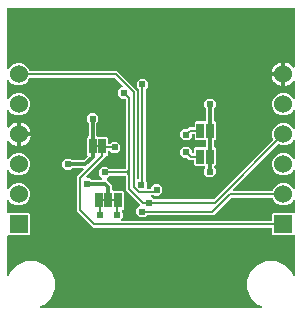
<source format=gbr>
G04 EAGLE Gerber RS-274X export*
G75*
%MOMM*%
%FSLAX34Y34*%
%LPD*%
%AMOC8*
5,1,8,0,0,1.08239X$1,22.5*%
G01*
%ADD10R,1.524000X1.524000*%
%ADD11C,1.524000*%
%ADD12R,0.635000X1.270000*%
%ADD13C,0.203200*%
%ADD14C,0.609600*%
%ADD15C,0.304800*%

G36*
X179537Y97540D02*
X179537Y97540D01*
X179558Y97538D01*
X179669Y97560D01*
X179779Y97577D01*
X179798Y97586D01*
X179819Y97590D01*
X179858Y97614D01*
X180019Y97692D01*
X180101Y97769D01*
X180145Y97797D01*
X230229Y147882D01*
X230266Y147931D01*
X230310Y147975D01*
X230344Y148038D01*
X230387Y148096D01*
X230407Y148154D01*
X230437Y148209D01*
X230451Y148279D01*
X230474Y148347D01*
X230476Y148408D01*
X230488Y148469D01*
X230480Y148517D01*
X230483Y148612D01*
X230427Y148819D01*
X230422Y148850D01*
X229601Y150830D01*
X229601Y154570D01*
X231032Y158024D01*
X233676Y160668D01*
X237130Y162099D01*
X240870Y162099D01*
X244324Y160668D01*
X246968Y158024D01*
X247083Y157745D01*
X247131Y157666D01*
X247171Y157583D01*
X247199Y157553D01*
X247221Y157517D01*
X247290Y157456D01*
X247353Y157388D01*
X247388Y157368D01*
X247419Y157341D01*
X247503Y157302D01*
X247583Y157257D01*
X247624Y157248D01*
X247661Y157231D01*
X247753Y157219D01*
X247843Y157199D01*
X247884Y157202D01*
X247925Y157197D01*
X248016Y157213D01*
X248108Y157220D01*
X248146Y157236D01*
X248187Y157243D01*
X248269Y157285D01*
X248355Y157319D01*
X248387Y157345D01*
X248423Y157364D01*
X248489Y157429D01*
X248561Y157487D01*
X248584Y157521D01*
X248613Y157550D01*
X248657Y157631D01*
X248708Y157708D01*
X248715Y157739D01*
X248740Y157784D01*
X248791Y158045D01*
X248788Y158065D01*
X248792Y158085D01*
X248792Y172715D01*
X248778Y172807D01*
X248773Y172899D01*
X248759Y172937D01*
X248752Y172978D01*
X248712Y173061D01*
X248680Y173148D01*
X248655Y173180D01*
X248637Y173217D01*
X248574Y173285D01*
X248517Y173358D01*
X248484Y173381D01*
X248455Y173412D01*
X248375Y173457D01*
X248300Y173510D01*
X248260Y173523D01*
X248225Y173543D01*
X248134Y173564D01*
X248046Y173592D01*
X248005Y173592D01*
X247965Y173601D01*
X247873Y173594D01*
X247781Y173595D01*
X247741Y173583D01*
X247700Y173580D01*
X247614Y173545D01*
X247526Y173519D01*
X247492Y173496D01*
X247453Y173481D01*
X247382Y173422D01*
X247305Y173371D01*
X247287Y173346D01*
X247247Y173313D01*
X247100Y173092D01*
X247095Y173072D01*
X247083Y173055D01*
X246968Y172776D01*
X244324Y170132D01*
X240870Y168701D01*
X237130Y168701D01*
X233676Y170132D01*
X231032Y172776D01*
X229601Y176230D01*
X229601Y179970D01*
X231032Y183424D01*
X233676Y186068D01*
X237130Y187499D01*
X240870Y187499D01*
X244324Y186068D01*
X246968Y183424D01*
X247083Y183145D01*
X247131Y183066D01*
X247171Y182983D01*
X247199Y182953D01*
X247221Y182917D01*
X247290Y182856D01*
X247353Y182788D01*
X247388Y182768D01*
X247419Y182741D01*
X247503Y182702D01*
X247583Y182657D01*
X247624Y182648D01*
X247661Y182631D01*
X247753Y182619D01*
X247843Y182599D01*
X247884Y182602D01*
X247925Y182597D01*
X248016Y182613D01*
X248108Y182620D01*
X248146Y182636D01*
X248187Y182643D01*
X248269Y182685D01*
X248355Y182719D01*
X248387Y182745D01*
X248423Y182764D01*
X248489Y182829D01*
X248561Y182887D01*
X248584Y182921D01*
X248613Y182950D01*
X248657Y183031D01*
X248708Y183108D01*
X248715Y183139D01*
X248740Y183184D01*
X248791Y183445D01*
X248788Y183465D01*
X248792Y183485D01*
X248792Y196958D01*
X248774Y197077D01*
X248759Y197197D01*
X248754Y197208D01*
X248752Y197221D01*
X248700Y197329D01*
X248650Y197439D01*
X248642Y197449D01*
X248637Y197460D01*
X248554Y197548D01*
X248474Y197639D01*
X248464Y197645D01*
X248455Y197654D01*
X248351Y197714D01*
X248247Y197777D01*
X248235Y197780D01*
X248225Y197786D01*
X248107Y197812D01*
X247989Y197842D01*
X247977Y197841D01*
X247965Y197844D01*
X247844Y197834D01*
X247724Y197828D01*
X247712Y197823D01*
X247700Y197822D01*
X247588Y197777D01*
X247475Y197735D01*
X247467Y197729D01*
X247453Y197723D01*
X247247Y197556D01*
X247213Y197504D01*
X247185Y197480D01*
X246750Y196881D01*
X245619Y195750D01*
X244325Y194810D01*
X242900Y194084D01*
X241379Y193589D01*
X240777Y193494D01*
X240777Y202611D01*
X240762Y202712D01*
X240753Y202815D01*
X240742Y202843D01*
X240737Y202874D01*
X240693Y202966D01*
X240654Y203061D01*
X240635Y203085D01*
X240622Y203113D01*
X240552Y203188D01*
X240487Y203268D01*
X240461Y203285D01*
X240440Y203307D01*
X240351Y203358D01*
X240266Y203415D01*
X240242Y203420D01*
X240210Y203439D01*
X239950Y203497D01*
X239912Y203494D01*
X239889Y203499D01*
X238999Y203499D01*
X238999Y203501D01*
X239889Y203501D01*
X239990Y203516D01*
X240093Y203525D01*
X240121Y203536D01*
X240152Y203541D01*
X240244Y203585D01*
X240339Y203624D01*
X240363Y203643D01*
X240391Y203656D01*
X240466Y203726D01*
X240546Y203791D01*
X240563Y203817D01*
X240585Y203838D01*
X240636Y203927D01*
X240693Y204012D01*
X240699Y204036D01*
X240717Y204069D01*
X240775Y204328D01*
X240772Y204366D01*
X240777Y204389D01*
X240777Y213506D01*
X241379Y213411D01*
X242900Y212916D01*
X244325Y212190D01*
X245619Y211250D01*
X246750Y210119D01*
X247185Y209520D01*
X247270Y209434D01*
X247353Y209346D01*
X247363Y209340D01*
X247372Y209331D01*
X247479Y209274D01*
X247583Y209214D01*
X247596Y209211D01*
X247606Y209205D01*
X247725Y209182D01*
X247843Y209156D01*
X247855Y209157D01*
X247867Y209155D01*
X247988Y209168D01*
X248108Y209178D01*
X248119Y209182D01*
X248132Y209184D01*
X248243Y209232D01*
X248355Y209277D01*
X248364Y209285D01*
X248375Y209289D01*
X248467Y209368D01*
X248561Y209444D01*
X248568Y209455D01*
X248577Y209463D01*
X248641Y209565D01*
X248708Y209665D01*
X248711Y209675D01*
X248718Y209688D01*
X248787Y209945D01*
X248784Y210007D01*
X248792Y210042D01*
X248792Y258904D01*
X248777Y259006D01*
X248769Y259108D01*
X248757Y259136D01*
X248752Y259167D01*
X248708Y259259D01*
X248670Y259355D01*
X248650Y259378D01*
X248637Y259406D01*
X248567Y259481D01*
X248502Y259561D01*
X248476Y259578D01*
X248455Y259600D01*
X248366Y259651D01*
X248281Y259708D01*
X248257Y259714D01*
X248225Y259732D01*
X247965Y259790D01*
X247927Y259787D01*
X247904Y259792D01*
X6096Y259792D01*
X5994Y259777D01*
X5892Y259769D01*
X5864Y259757D01*
X5833Y259752D01*
X5741Y259708D01*
X5645Y259670D01*
X5622Y259650D01*
X5594Y259637D01*
X5519Y259567D01*
X5439Y259502D01*
X5422Y259476D01*
X5400Y259455D01*
X5349Y259366D01*
X5292Y259281D01*
X5286Y259257D01*
X5268Y259225D01*
X5210Y258965D01*
X5213Y258927D01*
X5208Y258904D01*
X5208Y208885D01*
X5222Y208793D01*
X5227Y208701D01*
X5241Y208663D01*
X5248Y208622D01*
X5288Y208539D01*
X5320Y208452D01*
X5345Y208420D01*
X5363Y208383D01*
X5426Y208315D01*
X5483Y208242D01*
X5516Y208219D01*
X5545Y208188D01*
X5625Y208143D01*
X5700Y208090D01*
X5740Y208077D01*
X5775Y208057D01*
X5866Y208036D01*
X5954Y208008D01*
X5995Y208008D01*
X6035Y207999D01*
X6127Y208006D01*
X6219Y208005D01*
X6259Y208017D01*
X6300Y208020D01*
X6386Y208055D01*
X6474Y208081D01*
X6508Y208104D01*
X6547Y208119D01*
X6618Y208178D01*
X6695Y208229D01*
X6713Y208254D01*
X6753Y208287D01*
X6900Y208508D01*
X6905Y208528D01*
X6917Y208545D01*
X7032Y208824D01*
X9676Y211468D01*
X13130Y212899D01*
X16870Y212899D01*
X20324Y211468D01*
X22968Y208824D01*
X23788Y206843D01*
X23820Y206790D01*
X23843Y206732D01*
X23889Y206677D01*
X23926Y206615D01*
X23972Y206574D01*
X24011Y206526D01*
X24071Y206486D01*
X24124Y206439D01*
X24181Y206413D01*
X24232Y206379D01*
X24279Y206368D01*
X24366Y206329D01*
X24578Y206302D01*
X24609Y206295D01*
X98394Y206295D01*
X115063Y189626D01*
X115063Y115451D01*
X115072Y115391D01*
X115071Y115330D01*
X115092Y115260D01*
X115103Y115188D01*
X115129Y115133D01*
X115146Y115075D01*
X115187Y115014D01*
X115218Y114949D01*
X115260Y114904D01*
X115294Y114853D01*
X115350Y114808D01*
X115400Y114755D01*
X115453Y114724D01*
X115500Y114686D01*
X115567Y114659D01*
X115630Y114623D01*
X115690Y114609D01*
X115747Y114587D01*
X115819Y114581D01*
X115890Y114565D01*
X115951Y114570D01*
X116012Y114565D01*
X116083Y114581D01*
X116155Y114587D01*
X116211Y114609D01*
X116271Y114622D01*
X116334Y114658D01*
X116402Y114686D01*
X116449Y114724D01*
X116502Y114754D01*
X116532Y114792D01*
X116608Y114853D01*
X116725Y115028D01*
X116745Y115054D01*
X116749Y115065D01*
X116755Y115074D01*
X116763Y115107D01*
X116827Y115307D01*
X116829Y115404D01*
X116839Y115451D01*
X116839Y190673D01*
X116836Y190693D01*
X116838Y190714D01*
X116816Y190825D01*
X116799Y190936D01*
X116790Y190954D01*
X116786Y190975D01*
X116762Y191014D01*
X116684Y191175D01*
X116607Y191257D01*
X116579Y191301D01*
X114807Y193073D01*
X114807Y197071D01*
X117635Y199899D01*
X121633Y199899D01*
X124461Y197071D01*
X124461Y193073D01*
X122689Y191301D01*
X122676Y191284D01*
X122660Y191271D01*
X122598Y191177D01*
X122531Y191087D01*
X122524Y191067D01*
X122513Y191050D01*
X122503Y191005D01*
X122444Y190836D01*
X122440Y190723D01*
X122429Y190673D01*
X122429Y113499D01*
X122432Y113478D01*
X122430Y113457D01*
X122452Y113347D01*
X122469Y113236D01*
X122478Y113217D01*
X122482Y113197D01*
X122506Y113158D01*
X122584Y112997D01*
X122661Y112915D01*
X122689Y112871D01*
X123485Y112075D01*
X123485Y108034D01*
X123448Y107983D01*
X123431Y107934D01*
X123405Y107890D01*
X123387Y107810D01*
X123360Y107732D01*
X123358Y107681D01*
X123347Y107630D01*
X123354Y107548D01*
X123351Y107466D01*
X123365Y107417D01*
X123369Y107365D01*
X123399Y107289D01*
X123421Y107210D01*
X123449Y107166D01*
X123468Y107118D01*
X123520Y107055D01*
X123563Y106986D01*
X123603Y106952D01*
X123635Y106912D01*
X123704Y106867D01*
X123766Y106814D01*
X123813Y106793D01*
X123856Y106765D01*
X123907Y106753D01*
X124010Y106709D01*
X124189Y106691D01*
X124233Y106681D01*
X126111Y106681D01*
X126213Y106696D01*
X126315Y106704D01*
X126343Y106716D01*
X126374Y106721D01*
X126466Y106765D01*
X126562Y106803D01*
X126585Y106823D01*
X126613Y106836D01*
X126688Y106906D01*
X126768Y106971D01*
X126785Y106997D01*
X126807Y107018D01*
X126858Y107107D01*
X126915Y107192D01*
X126921Y107216D01*
X126939Y107248D01*
X126968Y107378D01*
X129827Y110237D01*
X133825Y110237D01*
X136653Y107409D01*
X136653Y103411D01*
X133825Y100583D01*
X129827Y100583D01*
X129579Y100831D01*
X129562Y100844D01*
X129549Y100860D01*
X129455Y100922D01*
X129365Y100989D01*
X129345Y100996D01*
X129328Y101007D01*
X129283Y101017D01*
X129114Y101076D01*
X129001Y101080D01*
X128951Y101091D01*
X127963Y101091D01*
X127912Y101084D01*
X127861Y101085D01*
X127781Y101064D01*
X127700Y101051D01*
X127654Y101029D01*
X127604Y101015D01*
X127535Y100971D01*
X127461Y100936D01*
X127423Y100901D01*
X127380Y100873D01*
X127327Y100810D01*
X127267Y100754D01*
X127241Y100710D01*
X127208Y100670D01*
X127176Y100595D01*
X127135Y100524D01*
X127124Y100473D01*
X127103Y100426D01*
X127095Y100344D01*
X127077Y100264D01*
X127081Y100213D01*
X127076Y100161D01*
X127092Y100081D01*
X127099Y99999D01*
X127118Y99951D01*
X127128Y99901D01*
X127156Y99857D01*
X127198Y99752D01*
X127311Y99613D01*
X127335Y99575D01*
X129113Y97797D01*
X129130Y97785D01*
X129143Y97768D01*
X129237Y97706D01*
X129327Y97639D01*
X129347Y97632D01*
X129364Y97621D01*
X129409Y97611D01*
X129578Y97552D01*
X129691Y97548D01*
X129741Y97537D01*
X179517Y97537D01*
X179537Y97540D01*
G37*
G36*
X220501Y5222D02*
X220501Y5222D01*
X220593Y5227D01*
X220632Y5241D01*
X220672Y5248D01*
X220755Y5288D01*
X220842Y5320D01*
X220874Y5345D01*
X220912Y5363D01*
X220979Y5426D01*
X221052Y5483D01*
X221076Y5517D01*
X221106Y5545D01*
X221152Y5625D01*
X221205Y5700D01*
X221217Y5740D01*
X221238Y5775D01*
X221258Y5865D01*
X221286Y5953D01*
X221287Y5995D01*
X221296Y6035D01*
X221288Y6127D01*
X221289Y6219D01*
X221277Y6259D01*
X221274Y6300D01*
X221240Y6386D01*
X221213Y6474D01*
X221190Y6508D01*
X221175Y6547D01*
X221117Y6618D01*
X221065Y6695D01*
X221040Y6713D01*
X221007Y6753D01*
X220786Y6900D01*
X220766Y6905D01*
X220749Y6917D01*
X217225Y8376D01*
X211576Y14025D01*
X208519Y21406D01*
X208519Y29394D01*
X211576Y36775D01*
X217225Y42424D01*
X224606Y45481D01*
X232594Y45481D01*
X239975Y42424D01*
X245624Y36775D01*
X247083Y33251D01*
X247114Y33200D01*
X247121Y33181D01*
X247134Y33166D01*
X247171Y33088D01*
X247199Y33058D01*
X247221Y33023D01*
X247290Y32962D01*
X247353Y32894D01*
X247389Y32874D01*
X247419Y32846D01*
X247503Y32808D01*
X247583Y32762D01*
X247624Y32753D01*
X247661Y32736D01*
X247753Y32724D01*
X247843Y32704D01*
X247884Y32708D01*
X247925Y32703D01*
X248016Y32718D01*
X248108Y32726D01*
X248146Y32741D01*
X248187Y32748D01*
X248269Y32791D01*
X248355Y32825D01*
X248387Y32851D01*
X248423Y32870D01*
X248489Y32934D01*
X248561Y32993D01*
X248584Y33027D01*
X248613Y33056D01*
X248657Y33137D01*
X248708Y33214D01*
X248715Y33244D01*
X248740Y33289D01*
X248791Y33550D01*
X248789Y33565D01*
X248790Y33571D01*
X248790Y33578D01*
X248792Y33591D01*
X248792Y66392D01*
X248785Y66443D01*
X248786Y66495D01*
X248765Y66574D01*
X248752Y66655D01*
X248730Y66702D01*
X248716Y66752D01*
X248672Y66821D01*
X248637Y66894D01*
X248601Y66932D01*
X248574Y66976D01*
X248511Y67029D01*
X248455Y67089D01*
X248410Y67114D01*
X248371Y67148D01*
X248296Y67180D01*
X248225Y67221D01*
X248174Y67232D01*
X248127Y67252D01*
X248045Y67261D01*
X247965Y67279D01*
X247914Y67274D01*
X247862Y67280D01*
X247782Y67264D01*
X247700Y67257D01*
X247652Y67238D01*
X247602Y67228D01*
X247558Y67200D01*
X247453Y67158D01*
X247384Y67101D01*
X230643Y67101D01*
X229601Y68143D01*
X229601Y72817D01*
X229586Y72919D01*
X229578Y73021D01*
X229566Y73049D01*
X229561Y73080D01*
X229517Y73172D01*
X229479Y73268D01*
X229459Y73291D01*
X229446Y73319D01*
X229376Y73394D01*
X229311Y73474D01*
X229285Y73491D01*
X229264Y73513D01*
X229175Y73564D01*
X229090Y73621D01*
X229066Y73627D01*
X229034Y73645D01*
X228774Y73703D01*
X228736Y73700D01*
X228713Y73705D01*
X77790Y73705D01*
X64134Y87361D01*
X64134Y116855D01*
X66032Y118752D01*
X69761Y122481D01*
X69791Y122522D01*
X69829Y122558D01*
X69870Y122629D01*
X69918Y122695D01*
X69935Y122744D01*
X69961Y122788D01*
X69979Y122868D01*
X70006Y122946D01*
X70007Y122998D01*
X70019Y123048D01*
X70012Y123130D01*
X70015Y123212D01*
X70001Y123261D01*
X69997Y123313D01*
X69967Y123389D01*
X69945Y123468D01*
X69917Y123512D01*
X69898Y123560D01*
X69846Y123623D01*
X69802Y123692D01*
X69763Y123726D01*
X69730Y123766D01*
X69662Y123811D01*
X69600Y123864D01*
X69552Y123885D01*
X69509Y123913D01*
X69459Y123925D01*
X69355Y123969D01*
X69177Y123987D01*
X69133Y123997D01*
X60487Y123997D01*
X60466Y123994D01*
X60446Y123996D01*
X60335Y123974D01*
X60224Y123957D01*
X60206Y123948D01*
X60185Y123944D01*
X60146Y123920D01*
X59985Y123842D01*
X59903Y123765D01*
X59859Y123737D01*
X58595Y122473D01*
X54597Y122473D01*
X51769Y125301D01*
X51769Y129299D01*
X54597Y132127D01*
X58595Y132127D01*
X59859Y130863D01*
X59876Y130850D01*
X59889Y130834D01*
X59983Y130772D01*
X60073Y130705D01*
X60093Y130698D01*
X60110Y130687D01*
X60155Y130677D01*
X60324Y130618D01*
X60437Y130614D01*
X60487Y130603D01*
X69684Y130603D01*
X69705Y130606D01*
X69726Y130604D01*
X69836Y130626D01*
X69947Y130643D01*
X69966Y130652D01*
X69986Y130656D01*
X70025Y130680D01*
X70186Y130758D01*
X70269Y130835D01*
X70312Y130863D01*
X73105Y133656D01*
X73166Y133739D01*
X73233Y133817D01*
X73245Y133845D01*
X73263Y133870D01*
X73297Y133967D01*
X73337Y134061D01*
X73340Y134092D01*
X73350Y134121D01*
X73354Y134224D01*
X73364Y134326D01*
X73358Y134356D01*
X73360Y134387D01*
X73333Y134486D01*
X73312Y134586D01*
X73300Y134607D01*
X73290Y134643D01*
X73147Y134868D01*
X73118Y134892D01*
X73105Y134912D01*
X72516Y135501D01*
X72516Y149675D01*
X73648Y150807D01*
X73730Y150839D01*
X73753Y150859D01*
X73781Y150872D01*
X73856Y150942D01*
X73936Y151007D01*
X73953Y151033D01*
X73975Y151054D01*
X74026Y151143D01*
X74083Y151228D01*
X74089Y151252D01*
X74107Y151284D01*
X74165Y151544D01*
X74162Y151582D01*
X74167Y151605D01*
X74167Y161717D01*
X74164Y161737D01*
X74166Y161758D01*
X74144Y161869D01*
X74127Y161980D01*
X74118Y161998D01*
X74114Y162019D01*
X74090Y162058D01*
X74012Y162219D01*
X73935Y162301D01*
X73907Y162345D01*
X72643Y163609D01*
X72643Y167607D01*
X75471Y170435D01*
X79469Y170435D01*
X82297Y167607D01*
X82297Y163609D01*
X81033Y162345D01*
X81020Y162328D01*
X81004Y162315D01*
X80942Y162221D01*
X80875Y162131D01*
X80868Y162111D01*
X80857Y162094D01*
X80847Y162049D01*
X80788Y161880D01*
X80784Y161767D01*
X80773Y161717D01*
X80773Y151605D01*
X80788Y151503D01*
X80796Y151401D01*
X80808Y151373D01*
X80813Y151342D01*
X80857Y151250D01*
X80895Y151154D01*
X80915Y151131D01*
X80928Y151103D01*
X80998Y151028D01*
X81063Y150948D01*
X81089Y150931D01*
X81110Y150909D01*
X81199Y150858D01*
X81284Y150801D01*
X81308Y150795D01*
X81340Y150777D01*
X81600Y150719D01*
X81638Y150722D01*
X81661Y150717D01*
X89510Y150717D01*
X90552Y149675D01*
X90552Y145341D01*
X90567Y145239D01*
X90575Y145137D01*
X90587Y145109D01*
X90592Y145078D01*
X90636Y144986D01*
X90674Y144890D01*
X90694Y144867D01*
X90707Y144839D01*
X90777Y144764D01*
X90842Y144684D01*
X90868Y144667D01*
X90889Y144645D01*
X90978Y144594D01*
X91063Y144537D01*
X91087Y144531D01*
X91119Y144513D01*
X91379Y144455D01*
X91417Y144458D01*
X91440Y144453D01*
X91867Y144453D01*
X91887Y144456D01*
X91908Y144454D01*
X92019Y144476D01*
X92130Y144493D01*
X92148Y144502D01*
X92169Y144506D01*
X92208Y144530D01*
X92369Y144608D01*
X92451Y144685D01*
X92495Y144713D01*
X94267Y146485D01*
X98265Y146485D01*
X101093Y143657D01*
X101093Y139659D01*
X98265Y136831D01*
X94267Y136831D01*
X92495Y138603D01*
X92478Y138616D01*
X92465Y138632D01*
X92371Y138694D01*
X92281Y138761D01*
X92261Y138768D01*
X92244Y138779D01*
X92199Y138789D01*
X92030Y138848D01*
X91917Y138852D01*
X91867Y138863D01*
X91440Y138863D01*
X91338Y138848D01*
X91236Y138840D01*
X91208Y138828D01*
X91177Y138823D01*
X91085Y138779D01*
X90989Y138741D01*
X90966Y138721D01*
X90938Y138708D01*
X90863Y138638D01*
X90783Y138573D01*
X90766Y138547D01*
X90744Y138526D01*
X90693Y138437D01*
X90636Y138352D01*
X90630Y138328D01*
X90612Y138296D01*
X90554Y138036D01*
X90557Y137998D01*
X90552Y137975D01*
X90552Y135501D01*
X89510Y134459D01*
X89281Y134459D01*
X89179Y134444D01*
X89077Y134436D01*
X89049Y134424D01*
X89018Y134419D01*
X88926Y134375D01*
X88830Y134337D01*
X88807Y134317D01*
X88779Y134304D01*
X88704Y134234D01*
X88624Y134169D01*
X88607Y134143D01*
X88585Y134122D01*
X88534Y134033D01*
X88477Y133948D01*
X88471Y133924D01*
X88453Y133892D01*
X88395Y133632D01*
X88398Y133594D01*
X88393Y133571D01*
X88393Y133208D01*
X72525Y117341D01*
X72495Y117300D01*
X72457Y117264D01*
X72416Y117193D01*
X72368Y117127D01*
X72351Y117078D01*
X72325Y117034D01*
X72307Y116954D01*
X72280Y116876D01*
X72279Y116824D01*
X72267Y116774D01*
X72274Y116692D01*
X72271Y116610D01*
X72285Y116561D01*
X72289Y116509D01*
X72319Y116433D01*
X72341Y116354D01*
X72369Y116310D01*
X72388Y116262D01*
X72440Y116199D01*
X72484Y116130D01*
X72523Y116096D01*
X72556Y116056D01*
X72624Y116011D01*
X72686Y115958D01*
X72734Y115937D01*
X72777Y115909D01*
X72827Y115897D01*
X72931Y115853D01*
X73109Y115835D01*
X73153Y115825D01*
X74897Y115825D01*
X76161Y114561D01*
X76178Y114548D01*
X76191Y114532D01*
X76285Y114470D01*
X76375Y114403D01*
X76395Y114396D01*
X76412Y114385D01*
X76457Y114375D01*
X76626Y114316D01*
X76739Y114312D01*
X76789Y114301D01*
X84755Y114301D01*
X84806Y114308D01*
X84857Y114307D01*
X84937Y114328D01*
X85018Y114341D01*
X85064Y114363D01*
X85114Y114377D01*
X85183Y114421D01*
X85257Y114456D01*
X85295Y114491D01*
X85338Y114519D01*
X85391Y114582D01*
X85451Y114638D01*
X85477Y114682D01*
X85510Y114722D01*
X85543Y114797D01*
X85583Y114868D01*
X85594Y114919D01*
X85615Y114966D01*
X85623Y115048D01*
X85641Y115128D01*
X85637Y115179D01*
X85642Y115231D01*
X85626Y115311D01*
X85619Y115393D01*
X85600Y115441D01*
X85590Y115491D01*
X85562Y115535D01*
X85520Y115640D01*
X85407Y115779D01*
X85383Y115817D01*
X82803Y118397D01*
X82803Y122395D01*
X85631Y125223D01*
X89629Y125223D01*
X91401Y123451D01*
X91418Y123438D01*
X91431Y123422D01*
X91525Y123360D01*
X91615Y123293D01*
X91635Y123286D01*
X91652Y123275D01*
X91697Y123265D01*
X91866Y123206D01*
X91979Y123202D01*
X92029Y123191D01*
X104775Y123191D01*
X104877Y123206D01*
X104979Y123214D01*
X105007Y123226D01*
X105038Y123231D01*
X105130Y123275D01*
X105226Y123313D01*
X105249Y123333D01*
X105277Y123346D01*
X105352Y123416D01*
X105432Y123481D01*
X105449Y123507D01*
X105471Y123528D01*
X105522Y123617D01*
X105579Y123702D01*
X105585Y123726D01*
X105603Y123758D01*
X105661Y124018D01*
X105658Y124056D01*
X105663Y124079D01*
X105663Y181608D01*
X105660Y181629D01*
X105662Y181650D01*
X105640Y181760D01*
X105623Y181871D01*
X105614Y181890D01*
X105610Y181911D01*
X105586Y181949D01*
X105508Y182111D01*
X105431Y182193D01*
X105403Y182237D01*
X105021Y182619D01*
X105014Y182624D01*
X105012Y182626D01*
X105003Y182632D01*
X104990Y182648D01*
X104897Y182710D01*
X104807Y182777D01*
X104787Y182784D01*
X104769Y182795D01*
X104725Y182805D01*
X104556Y182864D01*
X104443Y182868D01*
X104392Y182879D01*
X101887Y182879D01*
X99059Y185707D01*
X99059Y189705D01*
X101887Y192533D01*
X102107Y192533D01*
X102157Y192540D01*
X102209Y192539D01*
X102288Y192560D01*
X102369Y192573D01*
X102416Y192595D01*
X102466Y192609D01*
X102535Y192653D01*
X102609Y192688D01*
X102646Y192723D01*
X102690Y192751D01*
X102743Y192814D01*
X102803Y192870D01*
X102829Y192914D01*
X102862Y192954D01*
X102894Y193029D01*
X102935Y193100D01*
X102946Y193151D01*
X102966Y193198D01*
X102975Y193280D01*
X102993Y193360D01*
X102988Y193411D01*
X102994Y193463D01*
X102978Y193543D01*
X102971Y193625D01*
X102952Y193673D01*
X102942Y193723D01*
X102914Y193767D01*
X102872Y193872D01*
X102759Y194011D01*
X102735Y194049D01*
X96339Y200445D01*
X96322Y200458D01*
X96308Y200474D01*
X96215Y200536D01*
X96125Y200603D01*
X96105Y200610D01*
X96087Y200621D01*
X96043Y200631D01*
X95874Y200690D01*
X95761Y200694D01*
X95710Y200705D01*
X24609Y200705D01*
X24548Y200696D01*
X24486Y200697D01*
X24417Y200676D01*
X24346Y200665D01*
X24290Y200638D01*
X24231Y200621D01*
X24171Y200581D01*
X24107Y200550D01*
X24062Y200507D01*
X24010Y200473D01*
X23982Y200434D01*
X23913Y200368D01*
X23806Y200182D01*
X23788Y200157D01*
X22968Y198176D01*
X20324Y195532D01*
X16870Y194101D01*
X13130Y194101D01*
X9676Y195532D01*
X7032Y198176D01*
X6917Y198455D01*
X6869Y198534D01*
X6829Y198617D01*
X6801Y198647D01*
X6779Y198683D01*
X6710Y198744D01*
X6647Y198812D01*
X6612Y198832D01*
X6581Y198859D01*
X6497Y198898D01*
X6417Y198943D01*
X6376Y198952D01*
X6339Y198969D01*
X6247Y198981D01*
X6157Y199001D01*
X6116Y198998D01*
X6075Y199003D01*
X5984Y198987D01*
X5892Y198980D01*
X5854Y198964D01*
X5813Y198957D01*
X5731Y198915D01*
X5645Y198881D01*
X5613Y198855D01*
X5577Y198836D01*
X5511Y198771D01*
X5439Y198713D01*
X5416Y198679D01*
X5387Y198650D01*
X5343Y198569D01*
X5292Y198492D01*
X5285Y198461D01*
X5260Y198416D01*
X5209Y198155D01*
X5212Y198135D01*
X5208Y198115D01*
X5208Y183485D01*
X5222Y183393D01*
X5227Y183301D01*
X5241Y183263D01*
X5248Y183222D01*
X5288Y183139D01*
X5320Y183052D01*
X5345Y183020D01*
X5363Y182983D01*
X5426Y182915D01*
X5483Y182842D01*
X5516Y182819D01*
X5545Y182788D01*
X5625Y182743D01*
X5700Y182690D01*
X5740Y182677D01*
X5775Y182657D01*
X5866Y182636D01*
X5954Y182608D01*
X5995Y182608D01*
X6035Y182599D01*
X6127Y182606D01*
X6219Y182605D01*
X6259Y182617D01*
X6300Y182620D01*
X6386Y182655D01*
X6474Y182681D01*
X6508Y182704D01*
X6547Y182719D01*
X6618Y182778D01*
X6695Y182829D01*
X6713Y182854D01*
X6753Y182887D01*
X6900Y183108D01*
X6905Y183128D01*
X6917Y183145D01*
X7032Y183424D01*
X9676Y186068D01*
X13130Y187499D01*
X16870Y187499D01*
X20324Y186068D01*
X22968Y183424D01*
X24399Y179970D01*
X24399Y176230D01*
X22968Y172776D01*
X20324Y170132D01*
X16870Y168701D01*
X13130Y168701D01*
X9676Y170132D01*
X7032Y172776D01*
X6917Y173055D01*
X6869Y173134D01*
X6829Y173217D01*
X6801Y173247D01*
X6779Y173283D01*
X6710Y173344D01*
X6647Y173412D01*
X6612Y173432D01*
X6581Y173459D01*
X6497Y173498D01*
X6417Y173543D01*
X6376Y173552D01*
X6339Y173569D01*
X6247Y173581D01*
X6157Y173601D01*
X6116Y173598D01*
X6075Y173603D01*
X5984Y173587D01*
X5892Y173580D01*
X5854Y173564D01*
X5813Y173557D01*
X5731Y173515D01*
X5645Y173481D01*
X5613Y173455D01*
X5577Y173436D01*
X5511Y173371D01*
X5439Y173313D01*
X5416Y173279D01*
X5387Y173250D01*
X5343Y173169D01*
X5292Y173092D01*
X5285Y173061D01*
X5260Y173016D01*
X5209Y172755D01*
X5212Y172735D01*
X5208Y172715D01*
X5208Y159242D01*
X5226Y159123D01*
X5241Y159003D01*
X5246Y158992D01*
X5248Y158979D01*
X5300Y158871D01*
X5350Y158761D01*
X5358Y158751D01*
X5363Y158740D01*
X5446Y158652D01*
X5526Y158561D01*
X5536Y158555D01*
X5545Y158546D01*
X5649Y158486D01*
X5753Y158423D01*
X5765Y158420D01*
X5775Y158414D01*
X5893Y158388D01*
X6011Y158358D01*
X6023Y158359D01*
X6035Y158356D01*
X6156Y158366D01*
X6276Y158372D01*
X6288Y158377D01*
X6300Y158378D01*
X6412Y158423D01*
X6525Y158465D01*
X6533Y158471D01*
X6547Y158477D01*
X6753Y158644D01*
X6787Y158696D01*
X6815Y158720D01*
X7250Y159319D01*
X8381Y160450D01*
X9675Y161390D01*
X11100Y162116D01*
X12621Y162611D01*
X13223Y162706D01*
X13223Y153589D01*
X13238Y153488D01*
X13246Y153385D01*
X13258Y153357D01*
X13263Y153326D01*
X13307Y153234D01*
X13345Y153139D01*
X13365Y153115D01*
X13378Y153087D01*
X13448Y153012D01*
X13513Y152932D01*
X13539Y152915D01*
X13560Y152893D01*
X13649Y152842D01*
X13734Y152785D01*
X13758Y152780D01*
X13790Y152761D01*
X14050Y152703D01*
X14088Y152706D01*
X14111Y152701D01*
X15001Y152701D01*
X15001Y152699D01*
X14111Y152699D01*
X14009Y152684D01*
X13907Y152675D01*
X13879Y152664D01*
X13848Y152659D01*
X13756Y152615D01*
X13660Y152576D01*
X13637Y152557D01*
X13609Y152544D01*
X13534Y152474D01*
X13454Y152409D01*
X13437Y152383D01*
X13415Y152362D01*
X13364Y152273D01*
X13307Y152188D01*
X13301Y152164D01*
X13283Y152131D01*
X13225Y151872D01*
X13227Y151841D01*
X13225Y151830D01*
X13225Y151823D01*
X13223Y151811D01*
X13223Y142694D01*
X12621Y142789D01*
X11100Y143284D01*
X9675Y144010D01*
X8381Y144950D01*
X7250Y146081D01*
X6815Y146680D01*
X6730Y146766D01*
X6647Y146854D01*
X6637Y146860D01*
X6628Y146869D01*
X6521Y146926D01*
X6417Y146986D01*
X6404Y146989D01*
X6394Y146995D01*
X6275Y147018D01*
X6157Y147044D01*
X6145Y147043D01*
X6133Y147045D01*
X6012Y147032D01*
X5892Y147022D01*
X5881Y147018D01*
X5868Y147016D01*
X5757Y146968D01*
X5645Y146923D01*
X5636Y146915D01*
X5625Y146911D01*
X5533Y146832D01*
X5439Y146756D01*
X5432Y146745D01*
X5423Y146737D01*
X5359Y146635D01*
X5292Y146535D01*
X5289Y146525D01*
X5282Y146512D01*
X5213Y146255D01*
X5216Y146193D01*
X5208Y146158D01*
X5208Y132685D01*
X5222Y132593D01*
X5227Y132501D01*
X5241Y132463D01*
X5248Y132422D01*
X5288Y132339D01*
X5320Y132252D01*
X5345Y132220D01*
X5363Y132183D01*
X5426Y132115D01*
X5483Y132042D01*
X5516Y132019D01*
X5545Y131988D01*
X5625Y131943D01*
X5700Y131890D01*
X5740Y131877D01*
X5775Y131857D01*
X5866Y131836D01*
X5954Y131808D01*
X5995Y131808D01*
X6035Y131799D01*
X6127Y131806D01*
X6219Y131805D01*
X6259Y131817D01*
X6300Y131820D01*
X6386Y131855D01*
X6474Y131881D01*
X6508Y131904D01*
X6547Y131919D01*
X6618Y131978D01*
X6695Y132029D01*
X6713Y132054D01*
X6753Y132087D01*
X6900Y132308D01*
X6905Y132328D01*
X6917Y132345D01*
X7032Y132624D01*
X9676Y135268D01*
X13130Y136699D01*
X16870Y136699D01*
X20324Y135268D01*
X22968Y132624D01*
X24399Y129170D01*
X24399Y125430D01*
X22968Y121976D01*
X20324Y119332D01*
X16870Y117901D01*
X13130Y117901D01*
X9676Y119332D01*
X7032Y121976D01*
X6917Y122255D01*
X6869Y122334D01*
X6829Y122417D01*
X6801Y122447D01*
X6779Y122483D01*
X6710Y122544D01*
X6647Y122612D01*
X6612Y122632D01*
X6581Y122659D01*
X6497Y122698D01*
X6417Y122743D01*
X6376Y122752D01*
X6339Y122769D01*
X6247Y122781D01*
X6157Y122801D01*
X6116Y122798D01*
X6075Y122803D01*
X5984Y122787D01*
X5892Y122780D01*
X5854Y122764D01*
X5813Y122757D01*
X5731Y122715D01*
X5645Y122681D01*
X5613Y122655D01*
X5577Y122636D01*
X5511Y122571D01*
X5439Y122513D01*
X5416Y122479D01*
X5387Y122450D01*
X5343Y122369D01*
X5292Y122292D01*
X5285Y122261D01*
X5260Y122216D01*
X5209Y121955D01*
X5212Y121935D01*
X5208Y121915D01*
X5208Y107285D01*
X5222Y107193D01*
X5227Y107101D01*
X5241Y107063D01*
X5248Y107022D01*
X5288Y106939D01*
X5320Y106852D01*
X5345Y106820D01*
X5363Y106783D01*
X5426Y106715D01*
X5483Y106642D01*
X5516Y106619D01*
X5545Y106588D01*
X5625Y106543D01*
X5700Y106490D01*
X5740Y106477D01*
X5775Y106457D01*
X5866Y106436D01*
X5954Y106408D01*
X5995Y106408D01*
X6035Y106399D01*
X6127Y106406D01*
X6219Y106405D01*
X6259Y106417D01*
X6300Y106420D01*
X6386Y106455D01*
X6474Y106481D01*
X6508Y106504D01*
X6547Y106519D01*
X6618Y106578D01*
X6695Y106629D01*
X6713Y106654D01*
X6753Y106687D01*
X6900Y106908D01*
X6905Y106928D01*
X6917Y106945D01*
X7032Y107224D01*
X9676Y109868D01*
X13130Y111299D01*
X16870Y111299D01*
X20324Y109868D01*
X22968Y107224D01*
X24399Y103770D01*
X24399Y100030D01*
X22968Y96576D01*
X20324Y93932D01*
X16870Y92501D01*
X13130Y92501D01*
X9676Y93932D01*
X7032Y96576D01*
X6917Y96855D01*
X6869Y96934D01*
X6829Y97017D01*
X6801Y97047D01*
X6779Y97083D01*
X6710Y97144D01*
X6647Y97212D01*
X6612Y97232D01*
X6581Y97259D01*
X6497Y97298D01*
X6417Y97343D01*
X6376Y97352D01*
X6339Y97369D01*
X6247Y97381D01*
X6157Y97401D01*
X6116Y97398D01*
X6075Y97403D01*
X5984Y97387D01*
X5892Y97380D01*
X5854Y97364D01*
X5813Y97357D01*
X5731Y97315D01*
X5645Y97281D01*
X5613Y97255D01*
X5577Y97236D01*
X5511Y97171D01*
X5439Y97113D01*
X5416Y97079D01*
X5387Y97050D01*
X5343Y96969D01*
X5292Y96892D01*
X5285Y96861D01*
X5260Y96816D01*
X5209Y96555D01*
X5212Y96535D01*
X5208Y96515D01*
X5208Y86608D01*
X5215Y86557D01*
X5214Y86505D01*
X5235Y86426D01*
X5248Y86345D01*
X5270Y86298D01*
X5284Y86248D01*
X5328Y86179D01*
X5363Y86106D01*
X5399Y86068D01*
X5426Y86024D01*
X5489Y85971D01*
X5545Y85911D01*
X5590Y85886D01*
X5629Y85852D01*
X5704Y85820D01*
X5775Y85779D01*
X5826Y85768D01*
X5873Y85748D01*
X5955Y85739D01*
X6035Y85721D01*
X6086Y85726D01*
X6138Y85720D01*
X6218Y85736D01*
X6300Y85743D01*
X6348Y85762D01*
X6398Y85772D01*
X6442Y85800D01*
X6547Y85842D01*
X6616Y85899D01*
X23357Y85899D01*
X24399Y84857D01*
X24399Y68143D01*
X23357Y67101D01*
X6626Y67101D01*
X6576Y67129D01*
X6510Y67178D01*
X6461Y67195D01*
X6417Y67221D01*
X6337Y67239D01*
X6259Y67266D01*
X6207Y67267D01*
X6157Y67279D01*
X6075Y67272D01*
X5993Y67275D01*
X5944Y67261D01*
X5892Y67257D01*
X5816Y67226D01*
X5737Y67205D01*
X5693Y67177D01*
X5645Y67158D01*
X5582Y67106D01*
X5513Y67062D01*
X5479Y67023D01*
X5439Y66990D01*
X5394Y66922D01*
X5341Y66860D01*
X5320Y66812D01*
X5292Y66769D01*
X5280Y66719D01*
X5236Y66615D01*
X5218Y66437D01*
X5208Y66392D01*
X5208Y33591D01*
X5222Y33499D01*
X5227Y33407D01*
X5241Y33368D01*
X5248Y33328D01*
X5288Y33245D01*
X5320Y33158D01*
X5345Y33126D01*
X5363Y33088D01*
X5426Y33021D01*
X5483Y32948D01*
X5517Y32924D01*
X5545Y32894D01*
X5625Y32848D01*
X5700Y32795D01*
X5740Y32783D01*
X5775Y32762D01*
X5865Y32742D01*
X5953Y32714D01*
X5995Y32713D01*
X6035Y32704D01*
X6127Y32712D01*
X6219Y32711D01*
X6259Y32723D01*
X6300Y32726D01*
X6386Y32760D01*
X6474Y32787D01*
X6508Y32810D01*
X6547Y32825D01*
X6618Y32883D01*
X6695Y32935D01*
X6713Y32960D01*
X6753Y32993D01*
X6900Y33214D01*
X6905Y33234D01*
X6917Y33251D01*
X8376Y36775D01*
X14025Y42424D01*
X21406Y45481D01*
X29394Y45481D01*
X36775Y42424D01*
X42424Y36775D01*
X45481Y29394D01*
X45481Y21406D01*
X42424Y14025D01*
X36775Y8376D01*
X33251Y6917D01*
X33172Y6869D01*
X33088Y6829D01*
X33058Y6801D01*
X33023Y6779D01*
X32962Y6710D01*
X32894Y6647D01*
X32874Y6611D01*
X32846Y6581D01*
X32808Y6497D01*
X32762Y6417D01*
X32753Y6376D01*
X32736Y6339D01*
X32724Y6247D01*
X32704Y6157D01*
X32708Y6116D01*
X32703Y6075D01*
X32718Y5984D01*
X32726Y5892D01*
X32741Y5854D01*
X32748Y5813D01*
X32791Y5731D01*
X32825Y5645D01*
X32851Y5613D01*
X32870Y5577D01*
X32934Y5511D01*
X32993Y5439D01*
X33027Y5416D01*
X33056Y5387D01*
X33137Y5343D01*
X33214Y5292D01*
X33244Y5285D01*
X33289Y5260D01*
X33550Y5209D01*
X33570Y5212D01*
X33591Y5208D01*
X220409Y5208D01*
X220501Y5222D01*
G37*
G36*
X228815Y79310D02*
X228815Y79310D01*
X228917Y79318D01*
X228945Y79330D01*
X228976Y79335D01*
X229068Y79379D01*
X229164Y79417D01*
X229187Y79437D01*
X229215Y79450D01*
X229290Y79520D01*
X229370Y79585D01*
X229387Y79611D01*
X229409Y79632D01*
X229460Y79721D01*
X229517Y79806D01*
X229523Y79830D01*
X229541Y79862D01*
X229599Y80122D01*
X229596Y80160D01*
X229601Y80183D01*
X229601Y84857D01*
X230643Y85899D01*
X247374Y85899D01*
X247424Y85871D01*
X247490Y85822D01*
X247539Y85805D01*
X247583Y85779D01*
X247663Y85761D01*
X247741Y85734D01*
X247793Y85733D01*
X247843Y85721D01*
X247925Y85728D01*
X248007Y85725D01*
X248056Y85739D01*
X248108Y85743D01*
X248184Y85774D01*
X248263Y85795D01*
X248307Y85823D01*
X248355Y85842D01*
X248418Y85894D01*
X248487Y85938D01*
X248521Y85977D01*
X248561Y86010D01*
X248606Y86078D01*
X248659Y86140D01*
X248680Y86188D01*
X248708Y86231D01*
X248720Y86281D01*
X248764Y86385D01*
X248782Y86563D01*
X248792Y86608D01*
X248792Y96515D01*
X248778Y96607D01*
X248773Y96699D01*
X248759Y96737D01*
X248752Y96778D01*
X248712Y96861D01*
X248680Y96948D01*
X248655Y96980D01*
X248637Y97017D01*
X248574Y97085D01*
X248517Y97158D01*
X248484Y97181D01*
X248455Y97212D01*
X248375Y97257D01*
X248300Y97310D01*
X248260Y97323D01*
X248225Y97343D01*
X248134Y97364D01*
X248046Y97392D01*
X248005Y97392D01*
X247965Y97401D01*
X247873Y97394D01*
X247781Y97395D01*
X247741Y97383D01*
X247700Y97380D01*
X247614Y97345D01*
X247526Y97319D01*
X247492Y97296D01*
X247453Y97281D01*
X247382Y97222D01*
X247305Y97171D01*
X247287Y97146D01*
X247247Y97113D01*
X247100Y96892D01*
X247095Y96872D01*
X247083Y96855D01*
X246968Y96576D01*
X244324Y93932D01*
X240870Y92501D01*
X237130Y92501D01*
X233676Y93932D01*
X231032Y96576D01*
X230212Y98557D01*
X230180Y98610D01*
X230157Y98668D01*
X230111Y98723D01*
X230074Y98785D01*
X230028Y98826D01*
X229989Y98874D01*
X229929Y98914D01*
X229876Y98961D01*
X229819Y98987D01*
X229768Y99021D01*
X229721Y99032D01*
X229634Y99071D01*
X229422Y99098D01*
X229391Y99105D01*
X195114Y99105D01*
X195093Y99102D01*
X195072Y99104D01*
X194962Y99082D01*
X194851Y99065D01*
X194832Y99056D01*
X194811Y99052D01*
X194773Y99028D01*
X194612Y98950D01*
X194529Y98873D01*
X194486Y98845D01*
X179968Y84327D01*
X123899Y84327D01*
X123879Y84324D01*
X123858Y84326D01*
X123747Y84304D01*
X123636Y84287D01*
X123618Y84278D01*
X123597Y84274D01*
X123558Y84250D01*
X123397Y84172D01*
X123315Y84095D01*
X123271Y84067D01*
X121499Y82295D01*
X117501Y82295D01*
X114673Y85123D01*
X114673Y89121D01*
X117714Y92162D01*
X117775Y92244D01*
X117841Y92323D01*
X117853Y92351D01*
X117871Y92376D01*
X117905Y92473D01*
X117945Y92567D01*
X117949Y92598D01*
X117959Y92627D01*
X117962Y92729D01*
X117973Y92831D01*
X117967Y92862D01*
X117968Y92892D01*
X117941Y92991D01*
X117921Y93092D01*
X117908Y93112D01*
X117898Y93149D01*
X117755Y93373D01*
X117726Y93398D01*
X117714Y93418D01*
X105663Y105468D01*
X105663Y116713D01*
X105648Y116815D01*
X105640Y116917D01*
X105628Y116945D01*
X105623Y116976D01*
X105579Y117068D01*
X105541Y117164D01*
X105521Y117187D01*
X105508Y117215D01*
X105438Y117290D01*
X105373Y117370D01*
X105347Y117387D01*
X105326Y117409D01*
X105237Y117460D01*
X105152Y117517D01*
X105128Y117523D01*
X105096Y117541D01*
X104836Y117599D01*
X104798Y117596D01*
X104775Y117601D01*
X92029Y117601D01*
X92008Y117598D01*
X91988Y117600D01*
X91877Y117578D01*
X91766Y117561D01*
X91748Y117552D01*
X91727Y117548D01*
X91688Y117524D01*
X91527Y117446D01*
X91445Y117369D01*
X91401Y117341D01*
X89688Y115628D01*
X89628Y115546D01*
X89561Y115468D01*
X89549Y115439D01*
X89531Y115415D01*
X89497Y115318D01*
X89457Y115223D01*
X89454Y115192D01*
X89443Y115163D01*
X89440Y115061D01*
X89429Y114959D01*
X89435Y114929D01*
X89434Y114898D01*
X89461Y114799D01*
X89481Y114698D01*
X89494Y114678D01*
X89504Y114641D01*
X89647Y114417D01*
X89676Y114392D01*
X89688Y114372D01*
X94235Y109826D01*
X94235Y105885D01*
X94250Y105783D01*
X94258Y105681D01*
X94270Y105653D01*
X94275Y105622D01*
X94319Y105530D01*
X94357Y105434D01*
X94377Y105411D01*
X94390Y105383D01*
X94460Y105308D01*
X94525Y105228D01*
X94551Y105211D01*
X94572Y105189D01*
X94661Y105138D01*
X94746Y105081D01*
X94770Y105075D01*
X94802Y105057D01*
X95062Y104999D01*
X95100Y105002D01*
X95123Y104997D01*
X102972Y104997D01*
X104014Y103955D01*
X104014Y89781D01*
X102972Y88739D01*
X102857Y88739D01*
X102806Y88732D01*
X102755Y88733D01*
X102675Y88712D01*
X102594Y88699D01*
X102548Y88677D01*
X102498Y88663D01*
X102429Y88619D01*
X102355Y88584D01*
X102317Y88549D01*
X102274Y88521D01*
X102221Y88458D01*
X102161Y88402D01*
X102135Y88358D01*
X102102Y88318D01*
X102069Y88243D01*
X102029Y88172D01*
X102018Y88121D01*
X101997Y88074D01*
X101989Y87992D01*
X101971Y87912D01*
X101975Y87861D01*
X101970Y87809D01*
X101986Y87729D01*
X101993Y87647D01*
X102012Y87599D01*
X102022Y87549D01*
X102050Y87505D01*
X102092Y87400D01*
X102205Y87261D01*
X102229Y87223D01*
X103125Y86327D01*
X103125Y82329D01*
X101607Y80811D01*
X101576Y80770D01*
X101539Y80734D01*
X101498Y80663D01*
X101449Y80597D01*
X101432Y80548D01*
X101407Y80504D01*
X101389Y80424D01*
X101362Y80346D01*
X101360Y80294D01*
X101349Y80244D01*
X101356Y80162D01*
X101353Y80080D01*
X101366Y80031D01*
X101371Y79979D01*
X101401Y79903D01*
X101423Y79824D01*
X101450Y79780D01*
X101470Y79732D01*
X101521Y79669D01*
X101565Y79600D01*
X101605Y79566D01*
X101637Y79526D01*
X101706Y79481D01*
X101768Y79428D01*
X101815Y79407D01*
X101858Y79379D01*
X101909Y79367D01*
X102012Y79323D01*
X102191Y79305D01*
X102235Y79295D01*
X228713Y79295D01*
X228815Y79310D01*
G37*
%LPC*%
G36*
X174785Y116331D02*
X174785Y116331D01*
X171957Y119159D01*
X171957Y123157D01*
X172853Y124053D01*
X172884Y124094D01*
X172921Y124130D01*
X172962Y124201D01*
X173011Y124267D01*
X173028Y124316D01*
X173053Y124360D01*
X173071Y124440D01*
X173098Y124518D01*
X173100Y124570D01*
X173111Y124620D01*
X173104Y124702D01*
X173107Y124784D01*
X173094Y124833D01*
X173089Y124885D01*
X173059Y124961D01*
X173037Y125040D01*
X173010Y125084D01*
X172990Y125132D01*
X172939Y125195D01*
X172895Y125264D01*
X172855Y125298D01*
X172823Y125338D01*
X172754Y125383D01*
X172692Y125436D01*
X172645Y125457D01*
X172602Y125485D01*
X172551Y125497D01*
X172448Y125541D01*
X172269Y125559D01*
X172225Y125569D01*
X164744Y125569D01*
X163702Y126611D01*
X163702Y130015D01*
X163687Y130117D01*
X163679Y130219D01*
X163667Y130247D01*
X163662Y130278D01*
X163618Y130370D01*
X163580Y130466D01*
X163560Y130489D01*
X163547Y130517D01*
X163477Y130592D01*
X163412Y130672D01*
X163386Y130689D01*
X163365Y130711D01*
X163276Y130762D01*
X163191Y130819D01*
X163167Y130825D01*
X163135Y130843D01*
X162875Y130901D01*
X162837Y130898D01*
X162814Y130903D01*
X159276Y130903D01*
X157853Y132327D01*
X157836Y132340D01*
X157822Y132356D01*
X157729Y132418D01*
X157639Y132485D01*
X157619Y132492D01*
X157601Y132503D01*
X157557Y132513D01*
X157388Y132572D01*
X157275Y132576D01*
X157224Y132587D01*
X154719Y132587D01*
X151891Y135415D01*
X151891Y139413D01*
X154719Y142241D01*
X158717Y142241D01*
X161545Y139413D01*
X161545Y137381D01*
X161560Y137279D01*
X161568Y137177D01*
X161580Y137149D01*
X161585Y137118D01*
X161629Y137026D01*
X161667Y136930D01*
X161687Y136907D01*
X161700Y136879D01*
X161770Y136804D01*
X161835Y136724D01*
X161861Y136707D01*
X161882Y136685D01*
X161971Y136634D01*
X162056Y136577D01*
X162080Y136571D01*
X162112Y136553D01*
X162372Y136495D01*
X162410Y136498D01*
X162433Y136493D01*
X162814Y136493D01*
X162916Y136508D01*
X163018Y136516D01*
X163046Y136528D01*
X163077Y136533D01*
X163169Y136577D01*
X163265Y136615D01*
X163288Y136635D01*
X163316Y136648D01*
X163391Y136718D01*
X163471Y136783D01*
X163488Y136809D01*
X163510Y136830D01*
X163561Y136919D01*
X163618Y137004D01*
X163624Y137028D01*
X163642Y137060D01*
X163700Y137320D01*
X163697Y137358D01*
X163702Y137381D01*
X163702Y140785D01*
X164744Y141827D01*
X172765Y141827D01*
X172867Y141842D01*
X172969Y141850D01*
X172997Y141862D01*
X173028Y141867D01*
X173120Y141911D01*
X173216Y141949D01*
X173239Y141969D01*
X173267Y141982D01*
X173342Y142052D01*
X173422Y142117D01*
X173439Y142143D01*
X173461Y142164D01*
X173512Y142253D01*
X173569Y142338D01*
X173575Y142362D01*
X173593Y142394D01*
X173651Y142654D01*
X173648Y142692D01*
X173653Y142715D01*
X173653Y146851D01*
X173638Y146953D01*
X173630Y147055D01*
X173618Y147083D01*
X173613Y147114D01*
X173569Y147206D01*
X173531Y147302D01*
X173511Y147325D01*
X173498Y147353D01*
X173428Y147428D01*
X173363Y147508D01*
X173337Y147525D01*
X173316Y147547D01*
X173227Y147598D01*
X173142Y147655D01*
X173118Y147661D01*
X173086Y147679D01*
X172826Y147737D01*
X172788Y147734D01*
X172765Y147739D01*
X164916Y147739D01*
X163874Y148781D01*
X163874Y152185D01*
X163859Y152287D01*
X163851Y152389D01*
X163839Y152417D01*
X163834Y152448D01*
X163790Y152540D01*
X163752Y152636D01*
X163732Y152659D01*
X163719Y152687D01*
X163649Y152762D01*
X163584Y152842D01*
X163558Y152859D01*
X163537Y152881D01*
X163448Y152932D01*
X163363Y152989D01*
X163339Y152995D01*
X163307Y153013D01*
X163047Y153071D01*
X163009Y153068D01*
X162986Y153073D01*
X162433Y153073D01*
X162331Y153058D01*
X162229Y153050D01*
X162201Y153038D01*
X162170Y153033D01*
X162078Y152989D01*
X161982Y152951D01*
X161959Y152931D01*
X161931Y152918D01*
X161856Y152848D01*
X161776Y152783D01*
X161759Y152757D01*
X161737Y152736D01*
X161686Y152647D01*
X161629Y152562D01*
X161623Y152538D01*
X161605Y152506D01*
X161547Y152246D01*
X161550Y152208D01*
X161545Y152185D01*
X161545Y150401D01*
X158717Y147573D01*
X154719Y147573D01*
X151891Y150401D01*
X151891Y154399D01*
X154719Y157227D01*
X157224Y157227D01*
X157245Y157230D01*
X157266Y157228D01*
X157376Y157250D01*
X157487Y157267D01*
X157506Y157276D01*
X157527Y157280D01*
X157565Y157304D01*
X157727Y157382D01*
X157809Y157459D01*
X157853Y157487D01*
X159028Y158663D01*
X162986Y158663D01*
X163088Y158678D01*
X163190Y158686D01*
X163218Y158698D01*
X163249Y158703D01*
X163341Y158747D01*
X163437Y158785D01*
X163460Y158805D01*
X163488Y158818D01*
X163563Y158888D01*
X163643Y158953D01*
X163660Y158979D01*
X163682Y159000D01*
X163733Y159089D01*
X163790Y159174D01*
X163796Y159198D01*
X163814Y159230D01*
X163872Y159490D01*
X163869Y159528D01*
X163874Y159551D01*
X163874Y162955D01*
X164916Y163997D01*
X172765Y163997D01*
X172867Y164012D01*
X172969Y164020D01*
X172997Y164032D01*
X173028Y164037D01*
X173120Y164081D01*
X173216Y164119D01*
X173239Y164139D01*
X173267Y164152D01*
X173342Y164222D01*
X173422Y164287D01*
X173439Y164313D01*
X173461Y164334D01*
X173512Y164423D01*
X173569Y164508D01*
X173575Y164532D01*
X173593Y164564D01*
X173651Y164824D01*
X173648Y164862D01*
X173653Y164885D01*
X173653Y174245D01*
X173650Y174266D01*
X173652Y174286D01*
X173630Y174397D01*
X173613Y174508D01*
X173604Y174526D01*
X173600Y174547D01*
X173576Y174586D01*
X173498Y174747D01*
X173421Y174829D01*
X173393Y174873D01*
X172211Y176055D01*
X172211Y180053D01*
X175039Y182881D01*
X179037Y182881D01*
X181865Y180053D01*
X181865Y176055D01*
X180519Y174709D01*
X180506Y174692D01*
X180490Y174679D01*
X180428Y174585D01*
X180361Y174495D01*
X180354Y174475D01*
X180343Y174458D01*
X180333Y174413D01*
X180274Y174244D01*
X180270Y174131D01*
X180259Y174081D01*
X180259Y164885D01*
X180274Y164783D01*
X180282Y164681D01*
X180294Y164653D01*
X180299Y164622D01*
X180343Y164530D01*
X180381Y164434D01*
X180401Y164411D01*
X180414Y164383D01*
X180484Y164308D01*
X180549Y164228D01*
X180575Y164211D01*
X180596Y164189D01*
X180685Y164138D01*
X180770Y164081D01*
X180788Y164077D01*
X181910Y162955D01*
X181910Y148781D01*
X180778Y147649D01*
X180696Y147617D01*
X180673Y147597D01*
X180645Y147584D01*
X180570Y147514D01*
X180490Y147449D01*
X180473Y147423D01*
X180451Y147402D01*
X180400Y147313D01*
X180343Y147228D01*
X180337Y147204D01*
X180319Y147172D01*
X180261Y146912D01*
X180264Y146874D01*
X180259Y146851D01*
X180259Y142632D01*
X180262Y142611D01*
X180260Y142590D01*
X180282Y142480D01*
X180299Y142369D01*
X180308Y142350D01*
X180312Y142329D01*
X180336Y142291D01*
X180414Y142130D01*
X180491Y142047D01*
X180519Y142004D01*
X181738Y140785D01*
X181738Y126611D01*
X180575Y125449D01*
X180514Y125366D01*
X180448Y125288D01*
X180436Y125260D01*
X180418Y125235D01*
X180384Y125138D01*
X180344Y125043D01*
X180340Y125013D01*
X180330Y124984D01*
X180327Y124881D01*
X180316Y124779D01*
X180322Y124749D01*
X180321Y124718D01*
X180348Y124619D01*
X180368Y124518D01*
X180381Y124498D01*
X180391Y124462D01*
X180534Y124237D01*
X180562Y124213D01*
X180575Y124193D01*
X181611Y123157D01*
X181611Y119159D01*
X178783Y116331D01*
X174785Y116331D01*
G37*
%LPD*%
G36*
X229452Y104704D02*
X229452Y104704D01*
X229514Y104703D01*
X229583Y104724D01*
X229654Y104735D01*
X229710Y104762D01*
X229769Y104779D01*
X229829Y104819D01*
X229893Y104850D01*
X229938Y104893D01*
X229990Y104927D01*
X230018Y104966D01*
X230087Y105032D01*
X230194Y105218D01*
X230212Y105243D01*
X231032Y107224D01*
X233676Y109868D01*
X237130Y111299D01*
X240870Y111299D01*
X244324Y109868D01*
X246968Y107224D01*
X247083Y106945D01*
X247131Y106866D01*
X247171Y106783D01*
X247199Y106753D01*
X247221Y106717D01*
X247290Y106656D01*
X247353Y106588D01*
X247388Y106568D01*
X247419Y106541D01*
X247503Y106502D01*
X247583Y106457D01*
X247624Y106448D01*
X247661Y106431D01*
X247753Y106419D01*
X247843Y106399D01*
X247884Y106402D01*
X247925Y106397D01*
X248016Y106413D01*
X248108Y106420D01*
X248146Y106436D01*
X248187Y106443D01*
X248269Y106485D01*
X248355Y106519D01*
X248387Y106545D01*
X248423Y106564D01*
X248489Y106629D01*
X248561Y106687D01*
X248584Y106721D01*
X248613Y106750D01*
X248657Y106831D01*
X248708Y106908D01*
X248715Y106939D01*
X248740Y106984D01*
X248791Y107245D01*
X248788Y107265D01*
X248792Y107285D01*
X248792Y121915D01*
X248778Y122007D01*
X248773Y122099D01*
X248759Y122137D01*
X248752Y122178D01*
X248712Y122261D01*
X248680Y122348D01*
X248655Y122380D01*
X248637Y122417D01*
X248574Y122485D01*
X248517Y122558D01*
X248484Y122581D01*
X248455Y122612D01*
X248375Y122657D01*
X248300Y122710D01*
X248260Y122723D01*
X248225Y122743D01*
X248134Y122764D01*
X248046Y122792D01*
X248005Y122792D01*
X247965Y122801D01*
X247873Y122794D01*
X247781Y122795D01*
X247741Y122783D01*
X247700Y122780D01*
X247614Y122745D01*
X247526Y122719D01*
X247492Y122696D01*
X247453Y122681D01*
X247382Y122622D01*
X247305Y122571D01*
X247287Y122546D01*
X247247Y122513D01*
X247100Y122292D01*
X247095Y122272D01*
X247083Y122255D01*
X246968Y121976D01*
X244324Y119332D01*
X240870Y117901D01*
X237130Y117901D01*
X233676Y119332D01*
X231032Y121976D01*
X229601Y125430D01*
X229601Y129170D01*
X231032Y132624D01*
X233676Y135268D01*
X237130Y136699D01*
X240870Y136699D01*
X244324Y135268D01*
X246968Y132624D01*
X247083Y132345D01*
X247131Y132266D01*
X247171Y132183D01*
X247199Y132153D01*
X247221Y132117D01*
X247290Y132056D01*
X247353Y131988D01*
X247388Y131968D01*
X247419Y131941D01*
X247503Y131902D01*
X247583Y131857D01*
X247624Y131848D01*
X247661Y131831D01*
X247753Y131819D01*
X247843Y131799D01*
X247884Y131802D01*
X247925Y131797D01*
X248016Y131813D01*
X248108Y131820D01*
X248146Y131836D01*
X248187Y131843D01*
X248269Y131885D01*
X248355Y131919D01*
X248387Y131945D01*
X248423Y131964D01*
X248489Y132029D01*
X248561Y132087D01*
X248584Y132121D01*
X248613Y132150D01*
X248657Y132231D01*
X248708Y132308D01*
X248715Y132339D01*
X248740Y132384D01*
X248791Y132645D01*
X248788Y132665D01*
X248792Y132685D01*
X248792Y147315D01*
X248778Y147407D01*
X248773Y147499D01*
X248759Y147537D01*
X248752Y147578D01*
X248712Y147661D01*
X248680Y147748D01*
X248655Y147780D01*
X248637Y147817D01*
X248574Y147885D01*
X248517Y147958D01*
X248484Y147981D01*
X248455Y148012D01*
X248375Y148057D01*
X248300Y148110D01*
X248260Y148123D01*
X248225Y148143D01*
X248134Y148164D01*
X248046Y148192D01*
X248005Y148192D01*
X247965Y148201D01*
X247873Y148194D01*
X247781Y148195D01*
X247741Y148183D01*
X247700Y148180D01*
X247614Y148145D01*
X247526Y148119D01*
X247492Y148096D01*
X247453Y148081D01*
X247382Y148022D01*
X247305Y147971D01*
X247287Y147946D01*
X247247Y147913D01*
X247100Y147692D01*
X247095Y147672D01*
X247083Y147655D01*
X246968Y147376D01*
X244324Y144732D01*
X240870Y143301D01*
X237130Y143301D01*
X235150Y144122D01*
X235089Y144137D01*
X235032Y144161D01*
X234961Y144168D01*
X234892Y144186D01*
X234830Y144182D01*
X234768Y144188D01*
X234698Y144174D01*
X234626Y144170D01*
X234568Y144149D01*
X234507Y144136D01*
X234467Y144111D01*
X234377Y144077D01*
X234208Y143946D01*
X234182Y143929D01*
X196463Y106211D01*
X196433Y106170D01*
X196395Y106134D01*
X196354Y106063D01*
X196306Y105997D01*
X196289Y105948D01*
X196263Y105904D01*
X196245Y105824D01*
X196218Y105746D01*
X196217Y105694D01*
X196205Y105644D01*
X196212Y105562D01*
X196209Y105480D01*
X196223Y105431D01*
X196227Y105379D01*
X196257Y105303D01*
X196279Y105224D01*
X196307Y105180D01*
X196326Y105132D01*
X196378Y105069D01*
X196422Y105000D01*
X196461Y104966D01*
X196494Y104926D01*
X196562Y104881D01*
X196624Y104828D01*
X196672Y104807D01*
X196715Y104779D01*
X196765Y104767D01*
X196869Y104723D01*
X197047Y104705D01*
X197091Y104695D01*
X229391Y104695D01*
X229452Y104704D01*
G37*
%LPC*%
G36*
X16777Y154477D02*
X16777Y154477D01*
X16777Y162706D01*
X17379Y162611D01*
X18900Y162116D01*
X20325Y161390D01*
X21619Y160450D01*
X22750Y159319D01*
X23690Y158025D01*
X24416Y156600D01*
X24911Y155079D01*
X25006Y154477D01*
X16777Y154477D01*
G37*
%LPD*%
%LPC*%
G36*
X228994Y205277D02*
X228994Y205277D01*
X229089Y205879D01*
X229584Y207400D01*
X230310Y208825D01*
X231250Y210119D01*
X232381Y211250D01*
X233675Y212190D01*
X235100Y212916D01*
X236621Y213411D01*
X237223Y213506D01*
X237223Y205277D01*
X228994Y205277D01*
G37*
%LPD*%
%LPC*%
G36*
X16777Y150923D02*
X16777Y150923D01*
X25006Y150923D01*
X24911Y150321D01*
X24416Y148800D01*
X23690Y147375D01*
X22750Y146081D01*
X21619Y144950D01*
X20325Y144010D01*
X18900Y143284D01*
X17379Y142789D01*
X16777Y142694D01*
X16777Y150923D01*
G37*
%LPD*%
%LPC*%
G36*
X236621Y193589D02*
X236621Y193589D01*
X235100Y194084D01*
X233675Y194810D01*
X232381Y195750D01*
X231250Y196881D01*
X230310Y198175D01*
X229584Y199600D01*
X229089Y201121D01*
X228994Y201723D01*
X237223Y201723D01*
X237223Y193494D01*
X236621Y193589D01*
G37*
%LPD*%
D10*
X15000Y76500D03*
D11*
X15000Y101900D03*
X15000Y127300D03*
X15000Y152700D03*
X15000Y178100D03*
X15000Y203500D03*
D10*
X239000Y76500D03*
D11*
X239000Y101900D03*
X239000Y127300D03*
X239000Y152700D03*
X239000Y178100D03*
X239000Y203500D03*
D12*
X99060Y96868D03*
X90932Y96868D03*
X82804Y96868D03*
D13*
X90932Y96868D02*
X99314Y96868D01*
X90932Y96868D02*
X82296Y96868D01*
D12*
X168828Y155868D03*
X176956Y155868D03*
X168656Y133698D03*
X176784Y133698D03*
X85598Y142588D03*
X77470Y142588D03*
D13*
X85598Y142588D01*
D14*
X245364Y89662D03*
X245110Y114808D03*
X245110Y139700D03*
X244602Y165862D03*
X245364Y190246D03*
X109220Y84582D03*
X8636Y90170D03*
X8636Y115062D03*
X8890Y139954D03*
X8636Y165608D03*
X8890Y190754D03*
X147320Y156718D03*
X102362Y126492D03*
X87630Y120396D03*
X125342Y94742D03*
D13*
X181042Y94742D02*
X239000Y152700D01*
X181042Y94742D02*
X125342Y94742D01*
D14*
X103886Y187706D03*
D13*
X108458Y183134D01*
X108458Y122428D01*
X108458Y118618D01*
X106426Y120396D02*
X108458Y122428D01*
X106426Y120396D02*
X87630Y120396D01*
X106426Y120396D02*
X106680Y120396D01*
X108458Y118618D01*
X108458Y106626D01*
X120342Y94742D02*
X125342Y94742D01*
X120342Y94742D02*
X108458Y106626D01*
D14*
X119634Y195072D03*
D13*
X119634Y111466D01*
X193588Y101900D02*
X239000Y101900D01*
X178810Y87122D02*
X119500Y87122D01*
D14*
X119500Y87122D03*
D13*
X178810Y87122D02*
X193588Y101900D01*
D14*
X118658Y110076D03*
D13*
X118658Y110490D01*
X119634Y111466D01*
D14*
X83566Y84328D03*
D13*
X83566Y96106D02*
X82804Y96868D01*
X83566Y96106D02*
X83566Y84328D01*
D14*
X98298Y84328D03*
D13*
X98298Y96106D02*
X99060Y96868D01*
X98298Y96106D02*
X98298Y84328D01*
D15*
X90932Y96868D02*
X90932Y108458D01*
X88392Y110998D01*
X72898Y110998D01*
D14*
X72898Y110998D03*
X56596Y127300D03*
D15*
X176956Y133870D02*
X176956Y155868D01*
X176956Y133870D02*
X176784Y133698D01*
D14*
X177038Y178054D03*
D15*
X176956Y177972D01*
X176956Y155868D01*
D14*
X176784Y121158D03*
D15*
X176784Y133698D01*
D14*
X77470Y165608D03*
D15*
X77470Y142588D01*
X77470Y133350D01*
X71420Y127300D02*
X56596Y127300D01*
X71420Y127300D02*
X77470Y133350D01*
D14*
X131826Y105410D03*
D13*
X130302Y103886D01*
X116586Y103886D01*
X112268Y108204D01*
X97236Y203500D02*
X15000Y203500D01*
X112268Y188468D02*
X112268Y108204D01*
X112268Y188468D02*
X97236Y203500D01*
D14*
X96266Y141658D03*
D13*
X86528Y141658D02*
X85598Y142588D01*
X86528Y141658D02*
X96266Y141658D01*
X78948Y76500D02*
X239000Y76500D01*
X85598Y134366D02*
X85598Y142588D01*
X85598Y134366D02*
X66929Y115697D01*
X66929Y88519D01*
X78948Y76500D01*
D14*
X156718Y137414D03*
D13*
X160434Y133698D02*
X168656Y133698D01*
X160434Y133698D02*
X156718Y137414D01*
D14*
X156718Y152400D03*
D13*
X160186Y155868D02*
X168828Y155868D01*
X160186Y155868D02*
X156718Y152400D01*
M02*

</source>
